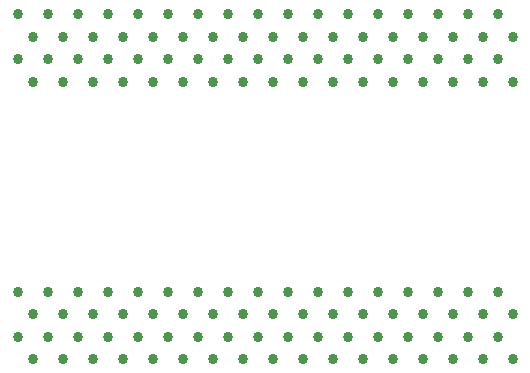
<source format=gbr>
%TF.GenerationSoftware,Altium Limited,Altium Designer,25.0.2 (28)*%
G04 Layer_Color=0*
%FSLAX45Y45*%
%MOMM*%
%TF.SameCoordinates,44E48E83-7C08-43AE-99C3-F3FE45A01566*%
%TF.FilePolarity,Positive*%
%TF.FileFunction,Plated,1,2,PTH,Drill*%
%TF.Part,Single*%
G01*
G75*
%TA.AperFunction,ComponentDrill*%
%ADD18C,0.86360*%
D18*
X3683000Y5334000D02*
D03*
X3937000D02*
D03*
X3810000Y5143500D02*
D03*
X4191000Y5334000D02*
D03*
X4064000Y5143500D02*
D03*
X4445000Y5334000D02*
D03*
X4318000Y5143500D02*
D03*
X4699000Y5334000D02*
D03*
X4572000Y5143500D02*
D03*
X4953000Y5334000D02*
D03*
X4826000Y5143500D02*
D03*
X5207000Y5334000D02*
D03*
X5080000Y5143500D02*
D03*
X5461000Y5334000D02*
D03*
X5334000Y5143500D02*
D03*
X5715000Y5334000D02*
D03*
X5588000Y5143500D02*
D03*
X5969000Y5334000D02*
D03*
X5842000Y5143500D02*
D03*
X6223000Y5334000D02*
D03*
X6096000Y5143500D02*
D03*
X6477000Y5334000D02*
D03*
X6350000Y5143500D02*
D03*
X6731000Y5334000D02*
D03*
X6604000Y5143500D02*
D03*
X6985000Y5334000D02*
D03*
X6858000Y5143500D02*
D03*
X7239000Y5334000D02*
D03*
X7112000Y5143500D02*
D03*
X7493000Y5334000D02*
D03*
X7366000Y5143500D02*
D03*
X7747000Y5334000D02*
D03*
X7620000Y5143500D02*
D03*
X7874000D02*
D03*
X3683000Y5715000D02*
D03*
X3937000D02*
D03*
X3810000Y5524500D02*
D03*
X4191000Y5715000D02*
D03*
X4064000Y5524500D02*
D03*
X4445000Y5715000D02*
D03*
X4318000Y5524500D02*
D03*
X4699000Y5715000D02*
D03*
X4572000Y5524500D02*
D03*
X4953000Y5715000D02*
D03*
X4826000Y5524500D02*
D03*
X5207000Y5715000D02*
D03*
X5080000Y5524500D02*
D03*
X5461000Y5715000D02*
D03*
X5334000Y5524500D02*
D03*
X5715000Y5715000D02*
D03*
X5588000Y5524500D02*
D03*
X5969000Y5715000D02*
D03*
X5842000Y5524500D02*
D03*
X6223000Y5715000D02*
D03*
X6096000Y5524500D02*
D03*
X6477000Y5715000D02*
D03*
X6350000Y5524500D02*
D03*
X6731000Y5715000D02*
D03*
X6604000Y5524500D02*
D03*
X6985000Y5715000D02*
D03*
X6858000Y5524500D02*
D03*
X7239000Y5715000D02*
D03*
X7112000Y5524500D02*
D03*
X7493000Y5715000D02*
D03*
X7366000Y5524500D02*
D03*
X7747000Y5715000D02*
D03*
X7620000Y5524500D02*
D03*
X7874000D02*
D03*
Y3175000D02*
D03*
X7620000D02*
D03*
X7747000Y3365500D02*
D03*
X7366000Y3175000D02*
D03*
X7493000Y3365500D02*
D03*
X7112000Y3175000D02*
D03*
X7239000Y3365500D02*
D03*
X6858000Y3175000D02*
D03*
X6985000Y3365500D02*
D03*
X6604000Y3175000D02*
D03*
X6731000Y3365500D02*
D03*
X6350000Y3175000D02*
D03*
X6477000Y3365500D02*
D03*
X6096000Y3175000D02*
D03*
X6223000Y3365500D02*
D03*
X5842000Y3175000D02*
D03*
X5969000Y3365500D02*
D03*
X5588000Y3175000D02*
D03*
X5715000Y3365500D02*
D03*
X5334000Y3175000D02*
D03*
X5461000Y3365500D02*
D03*
X5080000Y3175000D02*
D03*
X5207000Y3365500D02*
D03*
X4826000Y3175000D02*
D03*
X4953000Y3365500D02*
D03*
X4572000Y3175000D02*
D03*
X4699000Y3365500D02*
D03*
X4318000Y3175000D02*
D03*
X4445000Y3365500D02*
D03*
X4064000Y3175000D02*
D03*
X4191000Y3365500D02*
D03*
X3810000Y3175000D02*
D03*
X3937000Y3365500D02*
D03*
X3683000D02*
D03*
X7874000Y2794000D02*
D03*
X7620000D02*
D03*
X7747000Y2984500D02*
D03*
X7366000Y2794000D02*
D03*
X7493000Y2984500D02*
D03*
X7112000Y2794000D02*
D03*
X7239000Y2984500D02*
D03*
X6858000Y2794000D02*
D03*
X6985000Y2984500D02*
D03*
X6604000Y2794000D02*
D03*
X6731000Y2984500D02*
D03*
X6350000Y2794000D02*
D03*
X6477000Y2984500D02*
D03*
X6096000Y2794000D02*
D03*
X6223000Y2984500D02*
D03*
X5842000Y2794000D02*
D03*
X5969000Y2984500D02*
D03*
X5588000Y2794000D02*
D03*
X5715000Y2984500D02*
D03*
X5334000Y2794000D02*
D03*
X5461000Y2984500D02*
D03*
X5080000Y2794000D02*
D03*
X5207000Y2984500D02*
D03*
X4826000Y2794000D02*
D03*
X4953000Y2984500D02*
D03*
X4572000Y2794000D02*
D03*
X4699000Y2984500D02*
D03*
X4318000Y2794000D02*
D03*
X4445000Y2984500D02*
D03*
X4064000Y2794000D02*
D03*
X4191000Y2984500D02*
D03*
X3810000Y2794000D02*
D03*
X3937000Y2984500D02*
D03*
X3683000D02*
D03*
%TF.MD5,e4aaf32266b9f0c6e81c7bad928782d0*%
M02*

</source>
